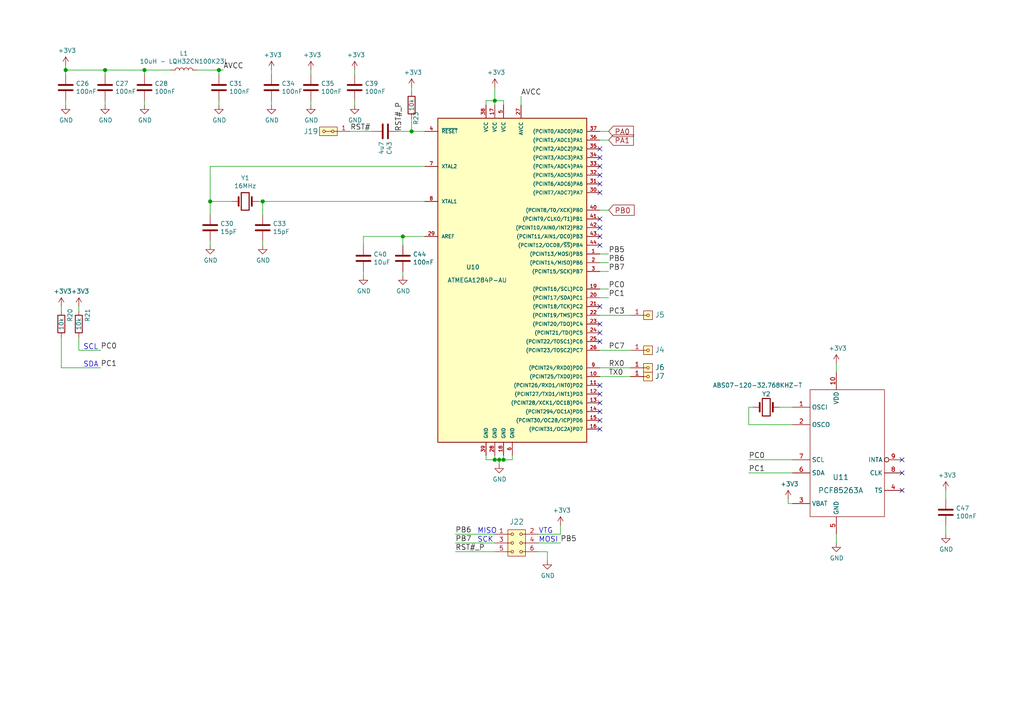
<source format=kicad_sch>
(kicad_sch (version 20201015) (generator eeschema)
  (page 1 3)
  (paper "A4")
  (lib_symbols
    (symbol "Device:Crystal" (pin_numbers hide) (pin_names (offset 1.016) hide)
      (property "Reference" "Y" (at 0 3.81 0))
      (property "Value" "Crystal" (at 0 -3.81 0))
      (symbol "Crystal_0_1"
        (rectangle (start -1.143 2.54) (end 1.143 -2.54) (stroke (width 0.3048)))
        (polyline (pts (xy -2.54 0) (xy -1.905 0)))
        (polyline (pts (xy -1.905 -1.27) (xy -1.905 1.27)) (stroke (width 0.508)))
        (polyline (pts (xy 1.905 -1.27) (xy 1.905 1.27)) (stroke (width 0.508)))
        (polyline (pts (xy 2.54 0) (xy 1.905 0)))
      )
      (symbol "Crystal_1_1"
        (pin passive line (at -3.81 0 0) (length 1.27) (name "1") (number "1"))
        (pin passive line (at 3.81 0 180) (length 1.27) (name "2") (number "2"))
      )
    )
    (symbol "MLAB_HEADER:HEADER_1x01" (pin_names (offset 1.016))
      (property "Reference" "J" (at 0 -2.54 0))
      (property "Value" "HEADER_1x01" (at 0 2.54 0))
      (symbol "HEADER_1x01_0_1"
        (circle (center 0 0) (radius 0.381))
        (rectangle (start -1.27 1.27) (end 1.27 -1.27) (fill (type background)))
        (polyline (pts (xy -1.27 0) (xy -0.381 0)))
      )
      (symbol "HEADER_1x01_1_1"
        (pin input line (at -5.08 0 0) (length 3.81) (name "~") (number "1"))
      )
    )
    (symbol "MLAB_HEADER:HEADER_2x01_PARALLEL" (pin_names (offset 1.016))
      (property "Reference" "J" (at 0 -2.54 0))
      (property "Value" "HEADER_2x01_PARALLEL" (at 0 2.54 0))
      (symbol "HEADER_2x01_PARALLEL_0_1"
        (circle (center -1.27 0) (radius 0.381))
        (circle (center 1.27 0) (radius 0.381))
        (rectangle (start -2.54 1.27) (end 2.54 -1.27) (fill (type background)))
        (polyline (pts (xy -1.651 0) (xy -2.54 0)))
        (polyline (pts (xy -0.889 0) (xy 0.889 0)))
      )
      (symbol "HEADER_2x01_PARALLEL_1_1"
        (pin input line (at -6.35 0 0) (length 3.81) (name "~") (number "1"))
        (pin input line (at -6.35 0 0) (length 3.81) hide (name "~") (number "2"))
      )
    )
    (symbol "MLAB_HEADER:HEADER_2x03" (pin_names (offset 1.016))
      (property "Reference" "J" (at 0 -5.08 0))
      (property "Value" "HEADER_2x03" (at 0 5.08 0))
      (symbol "HEADER_2x03_0_1"
        (circle (center -1.27 2.54) (radius 0.381))
        (circle (center 1.27 2.54) (radius 0.381))
        (circle (center -1.27 0) (radius 0.381))
        (circle (center 1.27 0) (radius 0.381))
        (circle (center -1.27 -2.54) (radius 0.381))
        (circle (center 1.27 -2.54) (radius 0.381))
        (rectangle (start -2.54 3.81) (end 2.54 -3.81) (fill (type background)))
        (polyline (pts (xy -1.651 2.54) (xy -2.54 2.54)))
        (polyline (pts (xy 1.651 2.54) (xy 2.54 2.54)))
        (polyline (pts (xy -1.651 0) (xy -2.54 0)))
        (polyline (pts (xy 1.651 0) (xy 2.54 0)))
        (polyline (pts (xy -1.651 -2.54) (xy -2.54 -2.54)))
        (polyline (pts (xy 1.651 -2.54) (xy 2.54 -2.54)))
      )
      (symbol "HEADER_2x03_1_1"
        (pin input line (at -6.35 2.54 0) (length 3.81) (name "~") (number "1"))
        (pin input line (at 6.35 2.54 180) (length 3.81) (name "~") (number "2"))
        (pin input line (at -6.35 0 0) (length 3.81) (name "~") (number "3"))
        (pin input line (at 6.35 0 180) (length 3.81) (name "~") (number "4"))
        (pin input line (at -6.35 -2.54 0) (length 3.81) (name "~") (number "5"))
        (pin input line (at 6.35 -2.54 180) (length 3.81) (name "~") (number "6"))
      )
    )
    (symbol "MLAB_IO:PCF85263A"
      (property "Reference" "U" (at 5.08 12.7 0))
      (property "Value" "PCF85263A" (at 6.35 8.89 0))
      (symbol "PCF85263A_0_1"
        (rectangle (start -7.62 17.78) (end 13.97 -19.05))
      )
      (symbol "PCF85263A_1_1"
        (pin input line (at -12.7 12.7 0) (length 5.08) (name "OSCI") (number "1"))
        (pin input line (at 0 22.86 270) (length 5.08) (name "VDD") (number "10"))
        (pin input line (at -12.7 7.62 0) (length 5.08) (name "OSCO") (number "2"))
        (pin input line (at -12.7 -15.24 0) (length 5.08) (name "VBAT") (number "3"))
        (pin input line (at 19.05 -11.43 180) (length 5.08) (name "TS") (number "4"))
        (pin input line (at 0 -24.13 90) (length 5.08) (name "GND") (number "5"))
        (pin input line (at -12.7 -6.35 0) (length 5.08) (name "SDA") (number "6"))
        (pin input line (at -12.7 -2.54 0) (length 5.08) (name "SCL") (number "7"))
        (pin input line (at 19.05 -6.35 180) (length 5.08) (name "CLK") (number "8"))
        (pin input inverted (at 19.05 -2.54 180) (length 5.08) (name "INTA") (number "9"))
      )
    )
    (symbol "SPACEDOS01A_PCB01A-rescue:ATMEGA1284P-AU-atmel-DATALOGGER01A-rescue-CCP2019V01A-rescue" (pin_names (offset 1.016))
      (property "Reference" "U" (at -21.59 47.752 0))
      (property "Value" "ATMEGA1284P-AU-atmel-DATALOGGER01A-rescue-CCP2019V01A-rescue" (at 10.16 -49.53 0))
      (symbol "ATMEGA1284P-AU-atmel-DATALOGGER01A-rescue-CCP2019V01A-rescue_0_1"
        (rectangle (start -21.59 46.99) (end 21.59 -46.99) (stroke (width 0.254)) (fill (type background)))
      )
      (symbol "ATMEGA1284P-AU-atmel-DATALOGGER01A-rescue-CCP2019V01A-rescue_1_1"
        (pin bidirectional line (at 25.4 7.62 180) (length 3.81) (name "(PCINT13/MOSI)PB5") (number "1"))
        (pin bidirectional line (at 25.4 -27.94 180) (length 3.81) (name "(PCINT25/TXD0)PD1") (number "10"))
        (pin bidirectional line (at 25.4 -30.48 180) (length 3.81) (name "(PCINT26/RXD1/INT0)PD2") (number "11"))
        (pin bidirectional line (at 25.4 -33.02 180) (length 3.81) (name "(PCINT27/TXD1/INT1)PD3") (number "12"))
        (pin bidirectional line (at 25.4 -35.56 180) (length 3.81) (name "(PCINT28/XCK1/OC1B)PD4") (number "13"))
        (pin bidirectional line (at 25.4 -38.1 180) (length 3.81) (name "(PCINT294/OC1A)PD5") (number "14"))
        (pin bidirectional line (at 25.4 -40.64 180) (length 3.81) (name "(PCINT30/OC2B/ICP)PD6") (number "15"))
        (pin bidirectional line (at 25.4 -43.18 180) (length 3.81) (name "(PCINT31/OC2A)PD7") (number "16"))
        (pin power_in line (at -5.08 50.8 270) (length 3.81) (name "VCC") (number "17"))
        (pin power_in line (at -2.54 -50.8 90) (length 3.81) (name "GND") (number "18"))
        (pin bidirectional line (at 25.4 -2.54 180) (length 3.81) (name "(PCINT16/SCL)PC0") (number "19"))
        (pin bidirectional line (at 25.4 5.08 180) (length 3.81) (name "(PCINT14/MISO)PB6") (number "2"))
        (pin bidirectional line (at 25.4 -5.08 180) (length 3.81) (name "(PCINT17/SDA)PC1") (number "20"))
        (pin bidirectional line (at 25.4 -7.62 180) (length 3.81) (name "(PCINT18/TCK)PC2") (number "21"))
        (pin bidirectional line (at 25.4 -10.16 180) (length 3.81) (name "(PCINT19/TMS)PC3") (number "22"))
        (pin bidirectional line (at 25.4 -12.7 180) (length 3.81) (name "(PCINT20/TDO)PC4") (number "23"))
        (pin bidirectional line (at 25.4 -15.24 180) (length 3.81) (name "(PCINT21/TDI)PC5") (number "24"))
        (pin bidirectional line (at 25.4 -17.78 180) (length 3.81) (name "(PCINT22/TOSC1)PC6") (number "25"))
        (pin bidirectional line (at 25.4 -20.32 180) (length 3.81) (name "(PCINT23/TOSC2)PC7") (number "26"))
        (pin power_in line (at 2.54 50.8 270) (length 3.81) (name "AVCC") (number "27"))
        (pin power_in line (at -5.08 -50.8 90) (length 3.81) (name "GND") (number "28"))
        (pin power_in line (at -25.4 12.7 0) (length 3.81) (name "AREF") (number "29"))
        (pin bidirectional line (at 25.4 2.54 180) (length 3.81) (name "(PCINT15/SCK)PB7") (number "3"))
        (pin bidirectional line (at 25.4 25.4 180) (length 3.81) (name "(PCINT7/ADC7)PA7") (number "30"))
        (pin bidirectional line (at 25.4 27.94 180) (length 3.81) (name "(PCINT6/ADC6)PA6") (number "31"))
        (pin bidirectional line (at 25.4 30.48 180) (length 3.81) (name "(PCINT5/ADC5)PA5") (number "32"))
        (pin bidirectional line (at 25.4 33.02 180) (length 3.81) (name "(PCINT4/ADC4)PA4") (number "33"))
        (pin bidirectional line (at 25.4 35.56 180) (length 3.81) (name "(PCINT3/ADC3)PA3") (number "34"))
        (pin bidirectional line (at 25.4 38.1 180) (length 3.81) (name "(PCINT2/ADC2)PA2") (number "35"))
        (pin bidirectional line (at 25.4 40.64 180) (length 3.81) (name "(PCINT1/ADC1)PA1") (number "36"))
        (pin bidirectional line (at 25.4 43.18 180) (length 3.81) (name "(PCINT0/ADC0)PA0") (number "37"))
        (pin power_in line (at -7.62 50.8 270) (length 3.81) (name "VCC") (number "38"))
        (pin power_in line (at -7.62 -50.8 90) (length 3.81) (name "GND") (number "39"))
        (pin input line (at -25.4 43.18 0) (length 3.81) (name "~RESET") (number "4"))
        (pin bidirectional line (at 25.4 20.32 180) (length 3.81) (name "(PCINT8/T0/XCK)PB0") (number "40"))
        (pin bidirectional line (at 25.4 17.78 180) (length 3.81) (name "(PCINT9/CLKO/T1)PB1") (number "41"))
        (pin bidirectional line (at 25.4 15.24 180) (length 3.81) (name "(PCINT10/AIN0/INT2)PB2") (number "42"))
        (pin bidirectional line (at 25.4 12.7 180) (length 3.81) (name "(PCINT11/AIN1/OC0)PB3") (number "43"))
        (pin bidirectional line (at 25.4 10.16 180) (length 3.81) (name "(PCINT12/OC0B/~SS~)PB4") (number "44"))
        (pin power_in line (at -2.54 50.8 270) (length 3.81) (name "VCC") (number "5"))
        (pin power_in line (at 0 -50.8 90) (length 3.81) (name "GND") (number "6"))
        (pin bidirectional line (at -25.4 33.02 0) (length 3.81) (name "XTAL2") (number "7"))
        (pin bidirectional line (at -25.4 22.86 0) (length 3.81) (name "XTAL1") (number "8"))
        (pin bidirectional line (at 25.4 -25.4 180) (length 3.81) (name "(PCINT24/RXD0)PD0") (number "9"))
      )
    )
    (symbol "SPACEDOS01A_PCB01A-rescue:C-device-DATALOGGER01A-rescue-CCP2019V01A-rescue" (pin_numbers hide) (pin_names (offset 0.254))
      (property "Reference" "C" (at 0.635 2.54 0))
      (property "Value" "C-device-DATALOGGER01A-rescue-CCP2019V01A-rescue" (at 0.635 -2.54 0))
      (symbol "C-device-DATALOGGER01A-rescue-CCP2019V01A-rescue_0_1"
        (polyline (pts (xy -2.032 -0.762) (xy 2.032 -0.762)) (stroke (width 0.508)))
        (polyline (pts (xy -2.032 0.762) (xy 2.032 0.762)) (stroke (width 0.508)))
      )
      (symbol "C-device-DATALOGGER01A-rescue-CCP2019V01A-rescue_1_1"
        (pin passive line (at 0 3.81 270) (length 2.794) (name "~") (number "1"))
        (pin passive line (at 0 -3.81 90) (length 2.794) (name "~") (number "2"))
      )
    )
    (symbol "SPACEDOS01A_PCB01A-rescue:Crystal-device-DATALOGGER01A-rescue-CCP2019V01A-rescue" (pin_numbers hide) (pin_names (offset 1.016) hide)
      (property "Reference" "Y" (at 0 3.81 0))
      (property "Value" "Crystal-device-DATALOGGER01A-rescue-CCP2019V01A-rescue" (at 0 -3.81 0))
      (symbol "Crystal-device-DATALOGGER01A-rescue-CCP2019V01A-rescue_0_1"
        (rectangle (start -1.143 2.54) (end 1.143 -2.54) (stroke (width 0.3048)))
        (polyline (pts (xy -2.54 0) (xy -1.905 0)))
        (polyline (pts (xy -1.905 -1.27) (xy -1.905 1.27)) (stroke (width 0.508)))
        (polyline (pts (xy 1.905 -1.27) (xy 1.905 1.27)) (stroke (width 0.508)))
        (polyline (pts (xy 2.54 0) (xy 1.905 0)))
      )
      (symbol "Crystal-device-DATALOGGER01A-rescue-CCP2019V01A-rescue_1_1"
        (pin passive line (at -3.81 0 0) (length 1.27) (name "1") (number "1"))
        (pin passive line (at 3.81 0 180) (length 1.27) (name "2") (number "2"))
      )
    )
    (symbol "SPACEDOS01A_PCB01A-rescue:L-device-DATALOGGER01A-rescue-CCP2019V01A-rescue" (pin_numbers hide) (pin_names (offset 1.016) hide)
      (property "Reference" "L" (at -1.27 0 90))
      (property "Value" "L-device-DATALOGGER01A-rescue-CCP2019V01A-rescue" (at 1.905 0 90))
      (symbol "L-device-DATALOGGER01A-rescue-CCP2019V01A-rescue_0_1"
        (arc (start 0 -2.54) (end 0 -1.27) (radius (at 0 -1.905) (length 0.635) (angles -89.9 89.9)))
        (arc (start 0 -1.27) (end 0 0) (radius (at 0 -0.635) (length 0.635) (angles -89.9 89.9)))
        (arc (start 0 0) (end 0 1.27) (radius (at 0 0.635) (length 0.635) (angles -89.9 89.9)))
        (arc (start 0 1.27) (end 0 2.54) (radius (at 0 1.905) (length 0.635) (angles -89.9 89.9)))
      )
      (symbol "L-device-DATALOGGER01A-rescue-CCP2019V01A-rescue_1_1"
        (pin passive line (at 0 3.81 270) (length 1.27) (name "1") (number "1"))
        (pin passive line (at 0 -3.81 90) (length 1.27) (name "2") (number "2"))
      )
    )
    (symbol "SPACEDOS01A_PCB01A-rescue:R-device-DATALOGGER01A-rescue-CCP2019V01A-rescue" (pin_numbers hide) (pin_names (offset 0))
      (property "Reference" "R" (at 2.032 0 90))
      (property "Value" "R-device-DATALOGGER01A-rescue-CCP2019V01A-rescue" (at 0 0 90))
      (symbol "R-device-DATALOGGER01A-rescue-CCP2019V01A-rescue_0_1"
        (rectangle (start -1.016 -2.54) (end 1.016 2.54) (stroke (width 0.254)))
      )
      (symbol "R-device-DATALOGGER01A-rescue-CCP2019V01A-rescue_1_1"
        (pin passive line (at 0 3.81 270) (length 1.27) (name "~") (number "1"))
        (pin passive line (at 0 -3.81 90) (length 1.27) (name "~") (number "2"))
      )
    )
    (symbol "power:+3.3V" (power) (pin_names (offset 0))
      (property "Value" "+3.3V" (at 0 3.556 0))
      (symbol "+3.3V_0_1"
        (polyline (pts (xy -0.762 1.27) (xy 0 2.54)))
        (polyline (pts (xy 0 0) (xy 0 2.54)))
        (polyline (pts (xy 0 2.54) (xy 0.762 1.27)))
      )
      (symbol "+3.3V_1_1"
        (pin power_in line (at 0 0 90) (length 0) hide (name "+3V3") (number "1"))
      )
    )
    (symbol "power:GND" (power) (pin_names (offset 0))
      (property "Value" "GND" (at 0 -3.81 0))
      (symbol "GND_0_1"
        (polyline (pts (xy 0 0) (xy 0 -1.27) (xy 1.27 -1.27) (xy 0 -2.54) (xy -1.27 -1.27) (xy 0 -1.27)))
      )
      (symbol "GND_1_1"
        (pin power_in line (at 0 0 270) (length 0) hide (name "GND") (number "1"))
      )
    )
  )
  (junction (at 19.05 20.32) (diameter 1.016))
  (junction (at 30.48 20.32) (diameter 1.016))
  (junction (at 41.91 20.32) (diameter 1.016))
  (junction (at 60.96 58.42) (diameter 1.016))
  (junction (at 63.5 20.32) (diameter 1.016))
  (junction (at 76.2 58.42) (diameter 1.016))
  (junction (at 116.84 68.58) (diameter 1.016))
  (junction (at 119.38 38.1) (diameter 1.016))
  (junction (at 143.51 29.21) (diameter 1.016))
  (junction (at 143.51 133.35) (diameter 1.016))
  (junction (at 144.78 133.35) (diameter 1.016))
  (junction (at 146.05 133.35) (diameter 1.016))
  (no_connect (at 173.99 93.98))
  (no_connect (at 173.99 119.38))
  (no_connect (at 173.99 50.8))
  (no_connect (at 173.99 114.3))
  (no_connect (at 173.99 121.92))
  (no_connect (at 173.99 88.9))
  (no_connect (at 261.62 142.24))
  (no_connect (at 173.99 55.88))
  (no_connect (at 173.99 45.72))
  (no_connect (at 173.99 99.06))
  (no_connect (at 173.99 53.34))
  (no_connect (at 173.99 116.84))
  (no_connect (at 173.99 111.76))
  (no_connect (at 173.99 96.52))
  (no_connect (at 173.99 124.46))
  (no_connect (at 173.99 66.04))
  (no_connect (at 261.62 137.16))
  (no_connect (at 173.99 43.18))
  (no_connect (at 261.62 133.35))
  (no_connect (at 173.99 63.5))
  (no_connect (at 173.99 68.58))
  (no_connect (at 173.99 48.26))
  (no_connect (at 173.99 71.12))
  (wire (pts (xy 17.78 88.9) (xy 17.78 90.17)))
  (wire (pts (xy 17.78 97.79) (xy 17.78 106.68)))
  (wire (pts (xy 17.78 106.68) (xy 29.21 106.68)))
  (wire (pts (xy 19.05 20.32) (xy 19.05 19.05)))
  (wire (pts (xy 19.05 20.32) (xy 30.48 20.32)))
  (wire (pts (xy 19.05 21.59) (xy 19.05 20.32)))
  (wire (pts (xy 19.05 30.48) (xy 19.05 29.21)))
  (wire (pts (xy 22.86 88.9) (xy 22.86 90.17)))
  (wire (pts (xy 22.86 97.79) (xy 22.86 101.6)))
  (wire (pts (xy 22.86 101.6) (xy 29.21 101.6)))
  (wire (pts (xy 30.48 20.32) (xy 41.91 20.32)))
  (wire (pts (xy 30.48 21.59) (xy 30.48 20.32)))
  (wire (pts (xy 30.48 30.48) (xy 30.48 29.21)))
  (wire (pts (xy 41.91 20.32) (xy 49.53 20.32)))
  (wire (pts (xy 41.91 21.59) (xy 41.91 20.32)))
  (wire (pts (xy 41.91 30.48) (xy 41.91 29.21)))
  (wire (pts (xy 57.15 20.32) (xy 63.5 20.32)))
  (wire (pts (xy 60.96 48.26) (xy 60.96 58.42)))
  (wire (pts (xy 60.96 48.26) (xy 123.19 48.26)))
  (wire (pts (xy 60.96 58.42) (xy 60.96 62.23)))
  (wire (pts (xy 60.96 71.12) (xy 60.96 69.85)))
  (wire (pts (xy 63.5 20.32) (xy 63.5 21.59)))
  (wire (pts (xy 63.5 30.48) (xy 63.5 29.21)))
  (wire (pts (xy 64.77 20.32) (xy 63.5 20.32)))
  (wire (pts (xy 67.31 58.42) (xy 60.96 58.42)))
  (wire (pts (xy 76.2 58.42) (xy 74.93 58.42)))
  (wire (pts (xy 76.2 58.42) (xy 76.2 62.23)))
  (wire (pts (xy 76.2 58.42) (xy 123.19 58.42)))
  (wire (pts (xy 76.2 71.12) (xy 76.2 69.85)))
  (wire (pts (xy 78.74 20.32) (xy 78.74 21.59)))
  (wire (pts (xy 78.74 30.48) (xy 78.74 29.21)))
  (wire (pts (xy 90.17 20.32) (xy 90.17 21.59)))
  (wire (pts (xy 90.17 30.48) (xy 90.17 29.21)))
  (wire (pts (xy 101.6 38.1) (xy 107.95 38.1)))
  (wire (pts (xy 102.87 20.32) (xy 102.87 21.59)))
  (wire (pts (xy 102.87 30.48) (xy 102.87 29.21)))
  (wire (pts (xy 105.41 68.58) (xy 105.41 71.12)))
  (wire (pts (xy 105.41 68.58) (xy 116.84 68.58)))
  (wire (pts (xy 105.41 80.01) (xy 105.41 78.74)))
  (wire (pts (xy 115.57 38.1) (xy 119.38 38.1)))
  (wire (pts (xy 116.84 68.58) (xy 123.19 68.58)))
  (wire (pts (xy 116.84 71.12) (xy 116.84 68.58)))
  (wire (pts (xy 116.84 80.01) (xy 116.84 78.74)))
  (wire (pts (xy 119.38 26.67) (xy 119.38 25.4)))
  (wire (pts (xy 119.38 34.29) (xy 119.38 38.1)))
  (wire (pts (xy 119.38 38.1) (xy 123.19 38.1)))
  (wire (pts (xy 132.08 154.94) (xy 143.51 154.94)))
  (wire (pts (xy 132.08 157.48) (xy 143.51 157.48)))
  (wire (pts (xy 132.08 160.02) (xy 143.51 160.02)))
  (wire (pts (xy 140.97 29.21) (xy 143.51 29.21)))
  (wire (pts (xy 140.97 30.48) (xy 140.97 29.21)))
  (wire (pts (xy 140.97 132.08) (xy 140.97 133.35)))
  (wire (pts (xy 140.97 133.35) (xy 143.51 133.35)))
  (wire (pts (xy 143.51 29.21) (xy 143.51 25.4)))
  (wire (pts (xy 143.51 29.21) (xy 146.05 29.21)))
  (wire (pts (xy 143.51 30.48) (xy 143.51 29.21)))
  (wire (pts (xy 143.51 132.08) (xy 143.51 133.35)))
  (wire (pts (xy 143.51 133.35) (xy 144.78 133.35)))
  (wire (pts (xy 144.78 133.35) (xy 146.05 133.35)))
  (wire (pts (xy 144.78 134.62) (xy 144.78 133.35)))
  (wire (pts (xy 146.05 29.21) (xy 146.05 30.48)))
  (wire (pts (xy 146.05 132.08) (xy 146.05 133.35)))
  (wire (pts (xy 146.05 133.35) (xy 148.59 133.35)))
  (wire (pts (xy 148.59 133.35) (xy 148.59 132.08)))
  (wire (pts (xy 151.13 30.48) (xy 151.13 27.94)))
  (wire (pts (xy 156.21 154.94) (xy 162.56 154.94)))
  (wire (pts (xy 156.21 157.48) (xy 162.56 157.48)))
  (wire (pts (xy 156.21 160.02) (xy 158.75 160.02)))
  (wire (pts (xy 158.75 160.02) (xy 158.75 162.56)))
  (wire (pts (xy 162.56 154.94) (xy 162.56 152.4)))
  (wire (pts (xy 173.99 38.1) (xy 176.53 38.1)))
  (wire (pts (xy 173.99 40.64) (xy 176.53 40.64)))
  (wire (pts (xy 173.99 60.96) (xy 176.53 60.96)))
  (wire (pts (xy 173.99 73.66) (xy 176.53 73.66)))
  (wire (pts (xy 173.99 76.2) (xy 176.53 76.2)))
  (wire (pts (xy 173.99 78.74) (xy 176.53 78.74)))
  (wire (pts (xy 173.99 83.82) (xy 176.53 83.82)))
  (wire (pts (xy 173.99 86.36) (xy 176.53 86.36)))
  (wire (pts (xy 173.99 91.44) (xy 182.88 91.44)))
  (wire (pts (xy 173.99 101.6) (xy 182.88 101.6)))
  (wire (pts (xy 173.99 106.68) (xy 182.88 106.68)))
  (wire (pts (xy 173.99 109.22) (xy 182.88 109.22)))
  (wire (pts (xy 217.17 118.11) (xy 217.17 123.19)))
  (wire (pts (xy 217.17 123.19) (xy 229.87 123.19)))
  (wire (pts (xy 217.17 137.16) (xy 229.87 137.16)))
  (wire (pts (xy 218.44 118.11) (xy 217.17 118.11)))
  (wire (pts (xy 228.6 144.78) (xy 228.6 146.05)))
  (wire (pts (xy 228.6 146.05) (xy 229.87 146.05)))
  (wire (pts (xy 229.87 118.11) (xy 226.06 118.11)))
  (wire (pts (xy 229.87 133.35) (xy 217.17 133.35)))
  (wire (pts (xy 242.57 107.95) (xy 242.57 105.41)))
  (wire (pts (xy 242.57 157.48) (xy 242.57 154.94)))
  (wire (pts (xy 274.32 142.24) (xy 274.32 144.78)))
  (wire (pts (xy 274.32 152.4) (xy 274.32 154.94)))
  (text "SCL" (at 24.13 101.6 0) (effects (font (size 1.524 1.524)) (justify left bottom)))
  (text "SDA" (at 24.13 106.68 0) (effects (font (size 1.524 1.524)) (justify left bottom)))
  (text "MISO" (at 138.43 154.94 0) (effects (font (size 1.524 1.524)) (justify left bottom)))
  (text "SCK" (at 138.43 157.48 0) (effects (font (size 1.524 1.524)) (justify left bottom)))
  (text "VTG" (at 156.21 154.94 0) (effects (font (size 1.524 1.524)) (justify left bottom)))
  (text "MOSI" (at 156.21 157.48 0) (effects (font (size 1.524 1.524)) (justify left bottom)))
  (label "PC0" (at 29.21 101.6 0) (effects (font (size 1.524 1.524))))
  (label "PC1" (at 29.21 106.68 0) (effects (font (size 1.524 1.524))))
  (label "AVCC" (at 64.77 20.32 0) (effects (font (size 1.524 1.524))))
  (label "RST#" (at 101.6 38.1 0) (effects (font (size 1.524 1.524))))
  (label "RST#_P" (at 116.84 38.1 90) (effects (font (size 1.524 1.524))))
  (label "PB6" (at 132.08 154.94 0) (effects (font (size 1.524 1.524))))
  (label "PB7" (at 132.08 157.48 0) (effects (font (size 1.524 1.524))))
  (label "RST#_P" (at 132.08 160.02 0) (effects (font (size 1.524 1.524))))
  (label "AVCC" (at 151.13 27.94 0) (effects (font (size 1.524 1.524))))
  (label "PB5" (at 162.56 157.48 0) (effects (font (size 1.524 1.524))))
  (label "PB5" (at 176.53 73.66 0) (effects (font (size 1.524 1.524))))
  (label "PB6" (at 176.53 76.2 0) (effects (font (size 1.524 1.524))))
  (label "PB7" (at 176.53 78.74 0) (effects (font (size 1.524 1.524))))
  (label "PC0" (at 176.53 83.82 0) (effects (font (size 1.524 1.524))))
  (label "PC1" (at 176.53 86.36 0) (effects (font (size 1.524 1.524))))
  (label "PC3" (at 176.53 91.44 0) (effects (font (size 1.524 1.524))))
  (label "PC7" (at 176.53 101.6 0) (effects (font (size 1.524 1.524))))
  (label "RX0" (at 176.53 106.68 0) (effects (font (size 1.524 1.524))))
  (label "TX0" (at 176.53 109.22 0) (effects (font (size 1.524 1.524))))
  (label "PC0" (at 217.17 133.35 0) (effects (font (size 1.524 1.524))))
  (label "PC1" (at 217.17 137.16 0) (effects (font (size 1.524 1.524))))
  (global_label "PA0" (shape input) (at 176.53 38.1 0) (effects (font (size 1.524 1.524))))
  (global_label "PA1" (shape input) (at 176.53 40.64 0) (effects (font (size 1.524 1.524))))
  (global_label "PB0" (shape input) (at 176.53 60.96 0) (effects (font (size 1.524 1.524))))
  (symbol (lib_id "power:+3.3V") (at 17.78 88.9 0) (unit 1)
    (property "Reference" "#PWR0146" (effects hide))
    (property "Value" "+3.3V" (at 18.161 84.5058 0))
  )
  (symbol (lib_id "power:+3.3V") (at 19.05 19.05 0) (unit 1)
    (property "Reference" "#PWR0118" (effects hide))
    (property "Value" "+3.3V" (at 19.431 14.6558 0))
  )
  (symbol (lib_id "power:+3.3V") (at 22.86 88.9 0) (unit 1)
    (property "Reference" "#PWR0147" (effects hide))
    (property "Value" "+3.3V" (at 23.241 84.5058 0))
  )
  (symbol (lib_id "power:+3.3V") (at 78.74 20.32 0) (unit 1)
    (property "Reference" "#PWR0120" (effects hide))
    (property "Value" "+3.3V" (at 79.121 15.9258 0))
  )
  (symbol (lib_id "power:+3.3V") (at 90.17 20.32 0) (unit 1)
    (property "Reference" "#PWR0130" (effects hide))
    (property "Value" "+3.3V" (at 90.551 15.9258 0))
  )
  (symbol (lib_id "power:+3.3V") (at 102.87 20.32 0) (unit 1)
    (property "Reference" "#PWR0131" (effects hide))
    (property "Value" "+3.3V" (at 103.251 15.9258 0))
  )
  (symbol (lib_id "power:+3.3V") (at 119.38 25.4 0) (unit 1)
    (property "Reference" "#PWR0132" (effects hide))
    (property "Value" "+3.3V" (at 119.761 21.0058 0))
  )
  (symbol (lib_id "power:+3.3V") (at 143.51 25.4 0) (unit 1)
    (property "Reference" "#PWR0135" (effects hide))
    (property "Value" "+3.3V" (at 143.891 21.0058 0))
  )
  (symbol (lib_id "power:+3.3V") (at 162.56 152.4 0) (unit 1)
    (property "Reference" "#PWR0145" (effects hide))
    (property "Value" "+3.3V" (at 162.941 148.0058 0))
  )
  (symbol (lib_id "power:+3.3V") (at 228.6 144.78 0) (unit 1)
    (property "Reference" "#PWR0108" (effects hide))
    (property "Value" "+3.3V" (at 228.981 140.3858 0))
  )
  (symbol (lib_id "power:+3.3V") (at 242.57 105.41 0) (unit 1)
    (property "Reference" "#PWR0143" (effects hide))
    (property "Value" "+3.3V" (at 242.951 101.0158 0))
  )
  (symbol (lib_id "power:+3.3V") (at 274.32 142.24 0) (unit 1)
    (property "Reference" "#PWR0144" (effects hide))
    (property "Value" "+3.3V" (at 274.701 137.8458 0))
  )
  (symbol (lib_id "SPACEDOS01A_PCB01A-rescue:L-device-DATALOGGER01A-rescue-CCP2019V01A-rescue") (at 53.34 20.32 90) (unit 1)
    (property "Reference" "L1" (at 53.34 15.494 90))
    (property "Value" "10uH - LQH32CN100K23L" (at 53.34 17.8054 90))
    (property "Footprint" "Mlab_R:SMD-1210" (effects hide))
    (property "UST_ID" "5c70984412875079b91f87ff" (effects hide))
  )
  (symbol (lib_id "power:GND") (at 19.05 30.48 0) (unit 1)
    (property "Reference" "#PWR0121" (effects hide))
    (property "Value" "GND" (at 19.177 34.8742 0))
  )
  (symbol (lib_id "power:GND") (at 30.48 30.48 0) (unit 1)
    (property "Reference" "#PWR0122" (effects hide))
    (property "Value" "GND" (at 30.607 34.8742 0))
  )
  (symbol (lib_id "power:GND") (at 41.91 30.48 0) (unit 1)
    (property "Reference" "#PWR0123" (effects hide))
    (property "Value" "GND" (at 42.037 34.8742 0))
  )
  (symbol (lib_id "power:GND") (at 60.96 71.12 0) (unit 1)
    (property "Reference" "#PWR0127" (effects hide))
    (property "Value" "GND" (at 61.087 75.5142 0))
  )
  (symbol (lib_id "power:GND") (at 63.5 30.48 0) (unit 1)
    (property "Reference" "#PWR0124" (effects hide))
    (property "Value" "GND" (at 63.627 34.8742 0))
  )
  (symbol (lib_id "power:GND") (at 76.2 71.12 0) (unit 1)
    (property "Reference" "#PWR0126" (effects hide))
    (property "Value" "GND" (at 76.327 75.5142 0))
  )
  (symbol (lib_id "power:GND") (at 78.74 30.48 0) (unit 1)
    (property "Reference" "#PWR0154" (effects hide))
    (property "Value" "GND" (at 78.867 34.8742 0))
  )
  (symbol (lib_id "power:GND") (at 90.17 30.48 0) (unit 1)
    (property "Reference" "#PWR0156" (effects hide))
    (property "Value" "GND" (at 90.297 34.8742 0))
  )
  (symbol (lib_id "power:GND") (at 102.87 30.48 0) (unit 1)
    (property "Reference" "#PWR0158" (effects hide))
    (property "Value" "GND" (at 102.997 34.8742 0))
  )
  (symbol (lib_id "power:GND") (at 105.41 80.01 0) (unit 1)
    (property "Reference" "#PWR0117" (effects hide))
    (property "Value" "GND" (at 105.537 84.4042 0))
  )
  (symbol (lib_id "power:GND") (at 116.84 80.01 0) (unit 1)
    (property "Reference" "#PWR0116" (effects hide))
    (property "Value" "GND" (at 116.967 84.4042 0))
  )
  (symbol (lib_id "power:GND") (at 144.78 134.62 0) (unit 1)
    (property "Reference" "#PWR0129" (effects hide))
    (property "Value" "GND" (at 144.907 139.0142 0))
  )
  (symbol (lib_id "power:GND") (at 158.75 162.56 0) (unit 1)
    (property "Reference" "#PWR0153" (effects hide))
    (property "Value" "GND" (at 158.877 166.9542 0))
  )
  (symbol (lib_id "power:GND") (at 242.57 157.48 0) (unit 1)
    (property "Reference" "#PWR0133" (effects hide))
    (property "Value" "GND" (at 242.697 161.8742 0))
  )
  (symbol (lib_id "power:GND") (at 274.32 154.94 0) (unit 1)
    (property "Reference" "#PWR0134" (effects hide))
    (property "Value" "GND" (at 274.447 159.3342 0))
  )
  (symbol (lib_id "MLAB_HEADER:HEADER_1x01") (at 187.96 91.44 0) (unit 1)
    (property "Reference" "J5" (at 189.9412 91.313 0) (effects (font (size 1.524 1.524)) (justify left)))
    (property "Value" "HEADER_1x01" (effects hide))
    (property "Footprint" "Mlab_Pin_Headers:Straight_1x01" (effects hide))
  )
  (symbol (lib_id "MLAB_HEADER:HEADER_1x01") (at 187.96 101.6 0) (unit 1)
    (property "Reference" "J4" (at 189.9412 101.473 0) (effects (font (size 1.524 1.524)) (justify left)))
    (property "Value" "HEADER_1x01" (effects hide))
    (property "Footprint" "Mlab_Pin_Headers:Straight_1x01" (effects hide))
  )
  (symbol (lib_id "MLAB_HEADER:HEADER_1x01") (at 187.96 106.68 0) (unit 1)
    (property "Reference" "J6" (at 189.9412 106.553 0) (effects (font (size 1.524 1.524)) (justify left)))
    (property "Value" "HEADER_1x01" (effects hide))
    (property "Footprint" "Mlab_Pin_Headers:Straight_1x01" (effects hide))
  )
  (symbol (lib_id "MLAB_HEADER:HEADER_1x01") (at 187.96 109.22 0) (unit 1)
    (property "Reference" "J7" (at 189.9412 109.093 0) (effects (font (size 1.524 1.524)) (justify left)))
    (property "Value" "HEADER_1x01" (effects hide))
    (property "Footprint" "Mlab_Pin_Headers:Straight_1x01" (effects hide))
  )
  (symbol (lib_id "SPACEDOS01A_PCB01A-rescue:R-device-DATALOGGER01A-rescue-CCP2019V01A-rescue") (at 17.78 93.98 180) (unit 1)
    (property "Reference" "R20" (at 20.32 91.44 90))
    (property "Value" "10k" (at 17.78 93.98 90))
    (property "Footprint" "Mlab_R:SMD-0805" (effects hide))
    (property "UST_ID" "5c70984612875079b91f899f" (effects hide))
  )
  (symbol (lib_id "SPACEDOS01A_PCB01A-rescue:R-device-DATALOGGER01A-rescue-CCP2019V01A-rescue") (at 22.86 93.98 180) (unit 1)
    (property "Reference" "R21" (at 25.4 91.44 90))
    (property "Value" "10k" (at 22.86 93.98 90))
    (property "Footprint" "Mlab_R:SMD-0805" (effects hide))
    (property "UST_ID" "5c70984612875079b91f899f" (effects hide))
  )
  (symbol (lib_id "SPACEDOS01A_PCB01A-rescue:R-device-DATALOGGER01A-rescue-CCP2019V01A-rescue") (at 119.38 30.48 180) (unit 1)
    (property "Reference" "R23" (at 120.65 34.29 90))
    (property "Value" "10k" (at 119.38 30.48 90))
    (property "Footprint" "Mlab_R:SMD-0805" (effects hide))
    (property "UST_ID" "5c70984612875079b91f899f" (effects hide))
  )
  (symbol (lib_id "MLAB_HEADER:HEADER_2x01_PARALLEL") (at 95.25 38.1 180) (unit 1)
    (property "Reference" "J19" (at 90.17 38.1 0) (effects (font (size 1.524 1.524))))
    (property "Value" "HEADER_2x01_PARALLEL" (effects hide))
    (property "Footprint" "Mlab_Pin_Headers:Straight_2x01" (effects hide))
  )
  (symbol (lib_id "SPACEDOS01A_PCB01A-rescue:C-device-DATALOGGER01A-rescue-CCP2019V01A-rescue") (at 19.05 25.4 0) (unit 1)
    (property "Reference" "C26" (at 21.971 24.2316 0) (effects (justify left)))
    (property "Value" "100nF" (at 21.971 26.543 0) (effects (justify left)))
    (property "Footprint" "Mlab_R:SMD-0805" (effects hide))
    (property "UST_ID" "5c70984712875079b91f8b4c" (effects hide))
  )
  (symbol (lib_id "SPACEDOS01A_PCB01A-rescue:C-device-DATALOGGER01A-rescue-CCP2019V01A-rescue") (at 30.48 25.4 0) (unit 1)
    (property "Reference" "C27" (at 33.401 24.2316 0) (effects (justify left)))
    (property "Value" "100nF" (at 33.401 26.543 0) (effects (justify left)))
    (property "Footprint" "Mlab_R:SMD-0805" (effects hide))
    (property "UST_ID" "5c70984712875079b91f8b4c" (effects hide))
  )
  (symbol (lib_id "SPACEDOS01A_PCB01A-rescue:C-device-DATALOGGER01A-rescue-CCP2019V01A-rescue") (at 41.91 25.4 0) (unit 1)
    (property "Reference" "C28" (at 44.831 24.2316 0) (effects (justify left)))
    (property "Value" "100nF" (at 44.831 26.543 0) (effects (justify left)))
    (property "Footprint" "Mlab_R:SMD-0805" (effects hide))
    (property "UST_ID" "5c70984712875079b91f8b4c" (effects hide))
  )
  (symbol (lib_id "SPACEDOS01A_PCB01A-rescue:C-device-DATALOGGER01A-rescue-CCP2019V01A-rescue") (at 60.96 66.04 0) (unit 1)
    (property "Reference" "C30" (at 63.881 64.8716 0) (effects (justify left)))
    (property "Value" "15pF" (at 63.881 67.183 0) (effects (justify left)))
    (property "Footprint" "Mlab_R:SMD-0805" (effects hide))
    (property "UST_ID" "5c70984712875079b91f8b32" (effects hide))
  )
  (symbol (lib_id "SPACEDOS01A_PCB01A-rescue:C-device-DATALOGGER01A-rescue-CCP2019V01A-rescue") (at 63.5 25.4 0) (unit 1)
    (property "Reference" "C31" (at 66.421 24.2316 0) (effects (justify left)))
    (property "Value" "100nF" (at 66.421 26.543 0) (effects (justify left)))
    (property "Footprint" "Mlab_R:SMD-0805" (effects hide))
    (property "UST_ID" "5c70984712875079b91f8b4c" (effects hide))
  )
  (symbol (lib_id "SPACEDOS01A_PCB01A-rescue:C-device-DATALOGGER01A-rescue-CCP2019V01A-rescue") (at 76.2 66.04 0) (unit 1)
    (property "Reference" "C33" (at 79.121 64.8716 0) (effects (justify left)))
    (property "Value" "15pF" (at 79.121 67.183 0) (effects (justify left)))
    (property "Footprint" "Mlab_R:SMD-0805" (effects hide))
    (property "UST_ID" "5c70984712875079b91f8b32" (effects hide))
  )
  (symbol (lib_id "SPACEDOS01A_PCB01A-rescue:C-device-DATALOGGER01A-rescue-CCP2019V01A-rescue") (at 78.74 25.4 0) (unit 1)
    (property "Reference" "C34" (at 81.661 24.2316 0) (effects (justify left)))
    (property "Value" "100nF" (at 81.661 26.543 0) (effects (justify left)))
    (property "Footprint" "Mlab_R:SMD-0805" (effects hide))
    (property "UST_ID" "5c70984712875079b91f8b4c" (effects hide))
  )
  (symbol (lib_id "SPACEDOS01A_PCB01A-rescue:C-device-DATALOGGER01A-rescue-CCP2019V01A-rescue") (at 90.17 25.4 0) (unit 1)
    (property "Reference" "C35" (at 93.091 24.2316 0) (effects (justify left)))
    (property "Value" "100nF" (at 93.091 26.543 0) (effects (justify left)))
    (property "Footprint" "Mlab_R:SMD-0805" (effects hide))
    (property "UST_ID" "5c70984712875079b91f8b4c" (effects hide))
  )
  (symbol (lib_id "SPACEDOS01A_PCB01A-rescue:C-device-DATALOGGER01A-rescue-CCP2019V01A-rescue") (at 102.87 25.4 0) (unit 1)
    (property "Reference" "C39" (at 105.791 24.2316 0) (effects (justify left)))
    (property "Value" "100nF" (at 105.791 26.543 0) (effects (justify left)))
    (property "Footprint" "Mlab_R:SMD-0805" (effects hide))
    (property "UST_ID" "5c70984712875079b91f8b4c" (effects hide))
  )
  (symbol (lib_id "SPACEDOS01A_PCB01A-rescue:C-device-DATALOGGER01A-rescue-CCP2019V01A-rescue") (at 105.41 74.93 0) (unit 1)
    (property "Reference" "C40" (at 108.331 73.7616 0) (effects (justify left)))
    (property "Value" "10uF" (at 108.331 76.073 0) (effects (justify left)))
    (property "Footprint" "Mlab_R:SMD-0805" (effects hide))
    (property "UST_ID" "5c70984812875079b91f8bbe" (effects hide))
  )
  (symbol (lib_id "SPACEDOS01A_PCB01A-rescue:C-device-DATALOGGER01A-rescue-CCP2019V01A-rescue") (at 111.76 38.1 270) (unit 1)
    (property "Reference" "C43" (at 112.9284 41.021 0) (effects (justify left)))
    (property "Value" "4u7" (at 110.617 41.021 0) (effects (justify left)))
    (property "Footprint" "Mlab_R:SMD-0805" (effects hide))
    (property "UST_ID" "5c70984712875079b91f8b52" (effects hide))
  )
  (symbol (lib_id "SPACEDOS01A_PCB01A-rescue:C-device-DATALOGGER01A-rescue-CCP2019V01A-rescue") (at 116.84 74.93 0) (unit 1)
    (property "Reference" "C44" (at 119.761 73.7616 0) (effects (justify left)))
    (property "Value" "100nF" (at 119.761 76.073 0) (effects (justify left)))
    (property "Footprint" "Mlab_R:SMD-0805" (effects hide))
    (property "UST_ID" "5c70984712875079b91f8b4c" (effects hide))
  )
  (symbol (lib_id "SPACEDOS01A_PCB01A-rescue:C-device-DATALOGGER01A-rescue-CCP2019V01A-rescue") (at 274.32 148.59 0) (unit 1)
    (property "Reference" "C47" (at 277.241 147.4216 0) (effects (justify left)))
    (property "Value" "100nF" (at 277.241 149.733 0) (effects (justify left)))
    (property "Footprint" "Mlab_R:SMD-0805" (effects hide))
    (property "UST_ID" "5c70984712875079b91f8b4c" (effects hide))
  )
  (symbol (lib_id "Device:Crystal") (at 71.12 58.42 0) (unit 1)
    (property "Reference" "Y1" (at 71.12 51.6128 0))
    (property "Value" "16MHz" (at 71.12 53.9242 0))
    (property "Footprint" "Mlab_XTAL:Crystal_HC49-4H_Vertical" (effects hide))
    (property "UST_ID" "5c70984712875079b91f8b10" (effects hide))
  )
  (symbol (lib_id "SPACEDOS01A_PCB01A-rescue:Crystal-device-DATALOGGER01A-rescue-CCP2019V01A-rescue") (at 222.25 118.11 0) (unit 1)
    (property "Reference" "Y2" (at 222.25 114.3 0))
    (property "Value" "ABS07-120-32.768KHZ-T" (at 219.71 111.76 0))
    (property "Footprint" "Mlab_XTAL:ABS07" (effects hide))
    (property "UST_ID" "5c70984712875079b91f8b1b" (effects hide))
  )
  (symbol (lib_id "MLAB_HEADER:HEADER_2x03") (at 149.86 157.48 0) (unit 1)
    (property "Reference" "J22" (at 149.86 151.3586 0) (effects (font (size 1.524 1.524))))
    (property "Value" "HEADER_2x03" (effects hide))
    (property "Footprint" "Mlab_Pin_Headers:SMD_2x03" (effects hide))
  )
  (symbol (lib_id "MLAB_IO:PCF85263A") (at 242.57 130.81 0) (unit 1)
    (property "Reference" "U11" (at 243.84 138.43 0) (effects (font (size 1.524 1.524))))
    (property "Value" "PCF85263A" (at 243.84 142.24 0) (effects (font (size 1.524 1.524))))
    (property "Footprint" "Mlab_IO:TSSOP-10_3x3mm_Pitch0.5mm" (effects hide))
    (property "UST_ID" "5c70984612875079b91f8a0c" (effects hide))
  )
  (symbol (lib_id "SPACEDOS01A_PCB01A-rescue:ATMEGA1284P-AU-atmel-DATALOGGER01A-rescue-CCP2019V01A-rescue") (at 148.59 81.28 0) (unit 1)
    (property "Reference" "U10" (at 137.16 77.47 0))
    (property "Value" "ATMEGA1284P-AU" (at 138.43 81.28 0))
    (property "Footprint" "Package_QFP:TQFP-44_10x10mm_P0.8mm" (effects hide))
    (property "Datasheet" "http://www.atmel.com/Images/Atmel-8272-8-bit-AVR-microcontroller-ATmega164A_PA-324A_PA-644A_PA-1284_P_datasheet.pdf" (effects hide))
    (property "UST_ID" "5c70984412875079b91f888e" (effects hide))
  )
)
</source>
